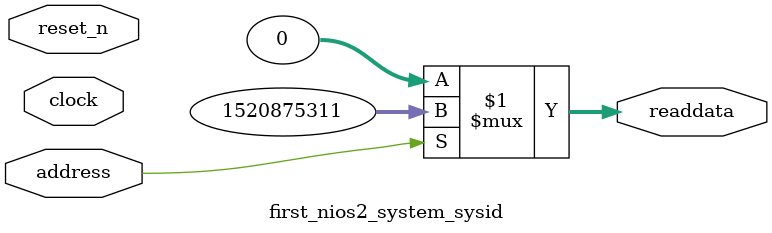
<source format=v>

`timescale 1ns / 1ps
// synthesis translate_on

// turn off superfluous verilog processor warnings 
// altera message_level Level1 
// altera message_off 10034 10035 10036 10037 10230 10240 10030 

module first_nios2_system_sysid (
               // inputs:
                address,
                clock,
                reset_n,

               // outputs:
                readdata
             )
;

  output  [ 31: 0] readdata;
  input            address;
  input            clock;
  input            reset_n;

  wire    [ 31: 0] readdata;
  //control_slave, which is an e_avalon_slave
  assign readdata = address ? 1520875311 : 0;

endmodule




</source>
